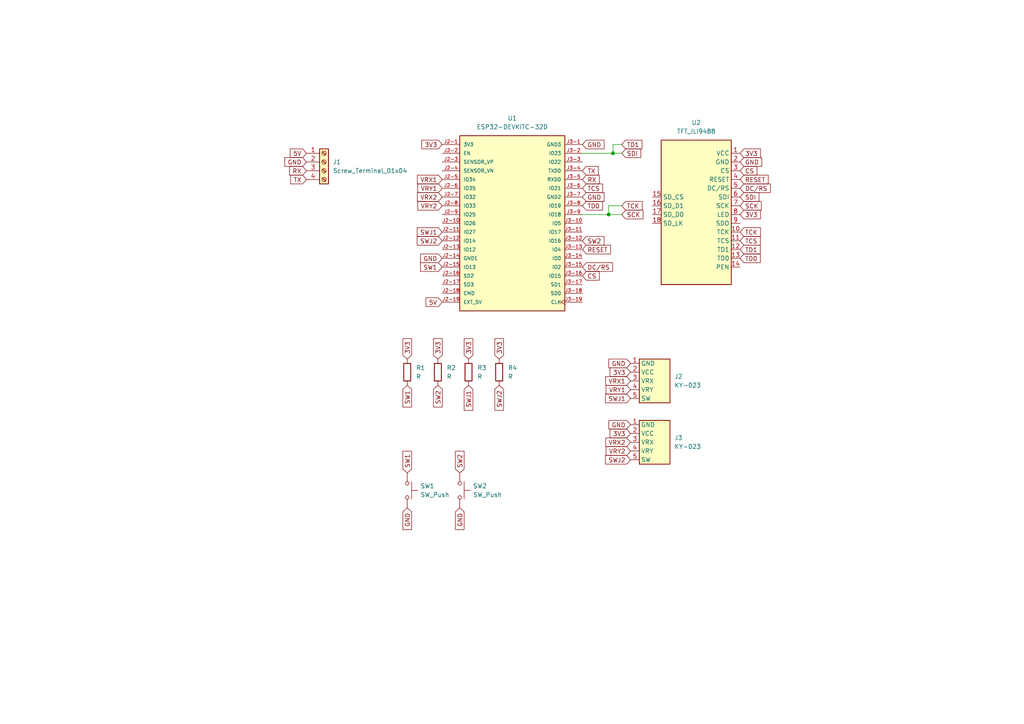
<source format=kicad_sch>
(kicad_sch (version 20230121) (generator eeschema)
  (paper "A4")
  (lib_symbols
    (symbol "Connector:Screw_Terminal_01x04" (pin_names (offset 1.016) hide)
      (property "Reference" "J" (at 0 5.08 0))
      (property "Value" "Screw_Terminal_01x04" (at 0 -7.62 0))
      (symbol "Screw_Terminal_01x04_1_1"
        (rectangle (start -1.27 3.81) (end 1.27 -6.35) (stroke (width 0.254)) (fill (type background)))
        (circle (center 0 -5.08) (radius 0.635) (stroke (width 0.1524)))
        (circle (center 0 -2.54) (radius 0.635) (stroke (width 0.1524)))
        (polyline (pts (xy -0.5334 -4.7498) (xy 0.3302 -5.588)) (stroke (width 0.1524)))
        (polyline (pts (xy -0.5334 -2.2098) (xy 0.3302 -3.048)) (stroke (width 0.1524)))
        (polyline (pts (xy -0.5334 0.3302) (xy 0.3302 -0.508)) (stroke (width 0.1524)))
        (polyline (pts (xy -0.5334 2.8702) (xy 0.3302 2.032)) (stroke (width 0.1524)))
        (polyline (pts (xy -0.3556 -4.572) (xy 0.508 -5.4102)) (stroke (width 0.1524)))
        (polyline (pts (xy -0.3556 -2.032) (xy 0.508 -2.8702)) (stroke (width 0.1524)))
        (polyline (pts (xy -0.3556 0.508) (xy 0.508 -0.3302)) (stroke (width 0.1524)))
        (polyline (pts (xy -0.3556 3.048) (xy 0.508 2.2098)) (stroke (width 0.1524)))
        (circle (center 0 0) (radius 0.635) (stroke (width 0.1524)))
        (circle (center 0 2.54) (radius 0.635) (stroke (width 0.1524)))
        (pin passive line (at -5.08 2.54 0) (length 3.81) (name "Pin_1") (number "1"))
        (pin passive line (at -5.08 0 0) (length 3.81) (name "Pin_2") (number "2"))
        (pin passive line (at -5.08 -2.54 0) (length 3.81) (name "Pin_3") (number "3"))
        (pin passive line (at -5.08 -5.08 0) (length 3.81) (name "Pin_4") (number "4"))
      )
    )
    (symbol "Device:R" (pin_numbers hide) (pin_names (offset 0))
      (property "Reference" "R" (at 2.032 0 90))
      (property "Value" "R" (at 0 0 90))
      (symbol "R_0_1"
        (rectangle (start -1.016 -2.54) (end 1.016 2.54) (stroke (width 0.254)))
      )
      (symbol "R_1_1"
        (pin passive line (at 0 3.81 270) (length 1.27) (name "~") (number "1"))
        (pin passive line (at 0 -3.81 90) (length 1.27) (name "~") (number "2"))
      )
    )
    (symbol "ESP32-DEVKITC-32D:ESP32-DEVKITC-32D" (pin_names (offset 1.016))
      (property "Reference" "U" (at -15.2572 26.0643 0))
      (property "Value" "ESP32-DEVKITC-32D" (at -15.2563 -27.9698 0))
      (symbol "ESP32-DEVKITC-32D_0_0"
        (rectangle (start -15.24 -25.4) (end 15.24 25.4) (stroke (width 0.254)) (fill (type background)))
        (pin power_in line (at -20.32 22.86 0) (length 5.08) (name "3V3") (number "J2-1"))
        (pin bidirectional line (at -20.32 0 0) (length 5.08) (name "IO26") (number "J2-10"))
        (pin bidirectional line (at -20.32 -2.54 0) (length 5.08) (name "IO27") (number "J2-11"))
        (pin bidirectional line (at -20.32 -5.08 0) (length 5.08) (name "IO14") (number "J2-12"))
        (pin bidirectional line (at -20.32 -7.62 0) (length 5.08) (name "IO12") (number "J2-13"))
        (pin power_in line (at -20.32 -10.16 0) (length 5.08) (name "GND1") (number "J2-14"))
        (pin bidirectional line (at -20.32 -12.7 0) (length 5.08) (name "IO13") (number "J2-15"))
        (pin bidirectional line (at -20.32 -15.24 0) (length 5.08) (name "SD2") (number "J2-16"))
        (pin bidirectional line (at -20.32 -17.78 0) (length 5.08) (name "SD3") (number "J2-17"))
        (pin bidirectional line (at -20.32 -20.32 0) (length 5.08) (name "CMD") (number "J2-18"))
        (pin power_in line (at -20.32 -22.86 0) (length 5.08) (name "EXT_5V") (number "J2-19"))
        (pin input line (at -20.32 20.32 0) (length 5.08) (name "EN") (number "J2-2"))
        (pin input line (at -20.32 17.78 0) (length 5.08) (name "SENSOR_VP") (number "J2-3"))
        (pin input line (at -20.32 15.24 0) (length 5.08) (name "SENSOR_VN") (number "J2-4"))
        (pin bidirectional line (at -20.32 12.7 0) (length 5.08) (name "IO34") (number "J2-5"))
        (pin bidirectional line (at -20.32 10.16 0) (length 5.08) (name "IO35") (number "J2-6"))
        (pin bidirectional line (at -20.32 7.62 0) (length 5.08) (name "IO32") (number "J2-7"))
        (pin bidirectional line (at -20.32 5.08 0) (length 5.08) (name "IO33") (number "J2-8"))
        (pin bidirectional line (at -20.32 2.54 0) (length 5.08) (name "IO25") (number "J2-9"))
        (pin power_in line (at 20.32 22.86 180) (length 5.08) (name "GND3") (number "J3-1"))
        (pin bidirectional line (at 20.32 0 180) (length 5.08) (name "IO5") (number "J3-10"))
        (pin bidirectional line (at 20.32 -2.54 180) (length 5.08) (name "IO17") (number "J3-11"))
        (pin bidirectional line (at 20.32 -5.08 180) (length 5.08) (name "IO16") (number "J3-12"))
        (pin bidirectional line (at 20.32 -7.62 180) (length 5.08) (name "IO4") (number "J3-13"))
        (pin bidirectional line (at 20.32 -10.16 180) (length 5.08) (name "IO0") (number "J3-14"))
        (pin bidirectional line (at 20.32 -12.7 180) (length 5.08) (name "IO2") (number "J3-15"))
        (pin bidirectional line (at 20.32 -15.24 180) (length 5.08) (name "IO15") (number "J3-16"))
        (pin bidirectional line (at 20.32 -17.78 180) (length 5.08) (name "SD1") (number "J3-17"))
        (pin bidirectional line (at 20.32 -20.32 180) (length 5.08) (name "SD0") (number "J3-18"))
        (pin input clock (at 20.32 -22.86 180) (length 5.08) (name "CLK") (number "J3-19"))
        (pin bidirectional line (at 20.32 20.32 180) (length 5.08) (name "IO23") (number "J3-2"))
        (pin bidirectional line (at 20.32 17.78 180) (length 5.08) (name "IO22") (number "J3-3"))
        (pin output line (at 20.32 15.24 180) (length 5.08) (name "TXD0") (number "J3-4"))
        (pin input line (at 20.32 12.7 180) (length 5.08) (name "RXD0") (number "J3-5"))
        (pin bidirectional line (at 20.32 10.16 180) (length 5.08) (name "IO21") (number "J3-6"))
        (pin power_in line (at 20.32 7.62 180) (length 5.08) (name "GND2") (number "J3-7"))
        (pin bidirectional line (at 20.32 5.08 180) (length 5.08) (name "IO19") (number "J3-8"))
        (pin bidirectional line (at 20.32 2.54 180) (length 5.08) (name "IO18") (number "J3-9"))
      )
    )
    (symbol "KY-023:KY-023_Joystick-Module"
      (property "Reference" "J" (at 3.81 2.54 0))
      (property "Value" "KY-023" (at 3.81 0 0))
      (symbol "KY-023_Joystick-Module_1_1"
        (rectangle (start 0 -1.27) (end 8.89 -13.97) (stroke (width 0.25)) (fill (type background)))
        (pin input line (at -2.54 -2.54 0) (length 2.54) (name "GND") (number "1"))
        (pin input line (at -2.54 -5.08 0) (length 2.54) (name "VCC") (number "2"))
        (pin output line (at -2.54 -7.62 0) (length 2.54) (name "VRX") (number "3"))
        (pin output line (at -2.54 -10.16 0) (length 2.54) (name "VRY") (number "4"))
        (pin output line (at -2.54 -12.7 0) (length 2.54) (name "SW") (number "5"))
      )
    )
    (symbol "Switch:SW_Push" (pin_numbers hide) (pin_names (offset 1.016) hide)
      (property "Reference" "SW" (at 1.27 2.54 0))
      (property "Value" "SW_Push" (at 0 -1.524 0))
      (symbol "SW_Push_0_1"
        (circle (center -2.032 0) (radius 0.508))
        (polyline (pts (xy 0 1.27) (xy 0 3.048)))
        (polyline (pts (xy 2.54 1.27) (xy -2.54 1.27)))
        (circle (center 2.032 0) (radius 0.508))
        (pin passive line (at -5.08 0 0) (length 2.54) (name "1") (number "1"))
        (pin passive line (at 5.08 0 180) (length 2.54) (name "2") (number "2"))
      )
    )
    (symbol "ili9488:TFT_ILI9488"
      (property "Reference" "U" (at -2.54 5.08 0))
      (property "Value" "TFT_ILI9488" (at -2.54 2.54 0))
      (symbol "TFT_ILI9488_1_1"
        (rectangle (start -12.7 1.27) (end 7.62 -40.64) (stroke (width 0.25)) (fill (type background)))
        (pin input line (at 10.16 -2.54 180) (length 2.54) (name "VCC") (number "1"))
        (pin input line (at 10.16 -25.4 180) (length 2.54) (name "TCK") (number "10"))
        (pin input line (at 10.16 -27.94 180) (length 2.54) (name "TCS") (number "11"))
        (pin input line (at 10.16 -30.48 180) (length 2.54) (name "TD1") (number "12"))
        (pin input line (at 10.16 -33.02 180) (length 2.54) (name "TD0") (number "13"))
        (pin input line (at 10.16 -35.56 180) (length 2.54) (name "PEN") (number "14"))
        (pin input line (at -15.24 -15.24 0) (length 2.54) (name "SD_CS") (number "15"))
        (pin input line (at -15.24 -17.78 0) (length 2.54) (name "SD_D1") (number "16"))
        (pin input line (at -15.24 -20.32 0) (length 2.54) (name "SD_D0") (number "17"))
        (pin input line (at -15.24 -22.86 0) (length 2.54) (name "SD_LK") (number "18"))
        (pin input line (at 10.16 -5.08 180) (length 2.54) (name "GND") (number "2"))
        (pin input line (at 10.16 -7.62 180) (length 2.54) (name "CS") (number "3"))
        (pin input line (at 10.16 -10.16 180) (length 2.54) (name "RESET") (number "4"))
        (pin input line (at 10.16 -12.7 180) (length 2.54) (name "DC/RS") (number "5"))
        (pin input line (at 10.16 -15.24 180) (length 2.54) (name "SDI") (number "6"))
        (pin input line (at 10.16 -17.78 180) (length 2.54) (name "SCK") (number "7"))
        (pin input line (at 10.16 -20.32 180) (length 2.54) (name "LED") (number "8"))
        (pin input line (at 10.16 -22.86 180) (length 2.54) (name "SDO") (number "9"))
      )
    )
  )
  (junction (at 176.53 62.23))
  (junction (at 177.8 44.45))
  (wire (pts (xy 177.8 44.45) (xy 180.34 44.45)))
  (wire (pts (xy 176.53 62.23) (xy 180.34 62.23)))
  (wire (pts (xy 180.34 41.91) (xy 177.8 41.91)))
  (wire (pts (xy 180.34 59.69) (xy 176.53 59.69)))
  (wire (pts (xy 168.91 62.23) (xy 176.53 62.23)))
  (wire (pts (xy 177.8 41.91) (xy 177.8 44.45)))
  (wire (pts (xy 168.91 44.45) (xy 177.8 44.45)))
  (wire (pts (xy 176.53 59.69) (xy 176.53 62.23)))
  (global_label "TCS" (shape input) (at 214.63 69.85 0) (property "Intersheetrefs" "${INTERSHEET_REFS}" (effects hide)))
  (global_label "SWJ1" (shape input) (at 128.27 67.31 180) (property "Intersheetrefs" "${INTERSHEET_REFS}" (effects hide)))
  (global_label "GND" (shape input) (at 133.35 147.32 270) (property "Intersheetrefs" "${INTERSHEET_REFS}" (effects hide)))
  (global_label "RESET" (shape input) (at 168.91 72.39 0) (property "Intersheetrefs" "${INTERSHEET_REFS}" (effects hide)))
  (global_label "GND" (shape input) (at 128.27 74.93 180) (property "Intersheetrefs" "${INTERSHEET_REFS}" (effects hide)))
  (global_label "SW1" (shape input) (at 128.27 77.47 180) (property "Intersheetrefs" "${INTERSHEET_REFS}" (effects hide)))
  (global_label "VRY2" (shape input) (at 128.27 59.69 180) (property "Intersheetrefs" "${INTERSHEET_REFS}" (effects hide)))
  (global_label "VRY2" (shape input) (at 182.88 130.81 180) (property "Intersheetrefs" "${INTERSHEET_REFS}" (effects hide)))
  (global_label "DC{slash}RS" (shape input) (at 168.91 77.47 0) (property "Intersheetrefs" "${INTERSHEET_REFS}" (effects hide)))
  (global_label "SDI" (shape input) (at 180.34 44.45 0) (property "Intersheetrefs" "${INTERSHEET_REFS}" (effects hide)))
  (global_label "VRY1" (shape input) (at 182.88 113.03 180) (property "Intersheetrefs" "${INTERSHEET_REFS}" (effects hide)))
  (global_label "RX" (shape input) (at 168.91 52.07 0) (property "Intersheetrefs" "${INTERSHEET_REFS}" (effects hide)))
  (global_label "TD1" (shape input) (at 214.63 72.39 0) (property "Intersheetrefs" "${INTERSHEET_REFS}" (effects hide)))
  (global_label "SW1" (shape input) (at 118.11 137.16 90) (property "Intersheetrefs" "${INTERSHEET_REFS}" (effects hide)))
  (global_label "5V" (shape input) (at 128.27 87.63 180) (property "Intersheetrefs" "${INTERSHEET_REFS}" (effects hide)))
  (global_label "TCK" (shape input) (at 214.63 67.31 0) (property "Intersheetrefs" "${INTERSHEET_REFS}" (effects hide)))
  (global_label "SW2" (shape input) (at 127 111.76 270) (property "Intersheetrefs" "${INTERSHEET_REFS}" (effects hide)))
  (global_label "3V3" (shape input) (at 128.27 41.91 180) (property "Intersheetrefs" "${INTERSHEET_REFS}" (effects hide)))
  (global_label "3V3" (shape input) (at 118.11 104.14 90) (property "Intersheetrefs" "${INTERSHEET_REFS}" (effects hide)))
  (global_label "VRX2" (shape input) (at 182.88 128.27 180) (property "Intersheetrefs" "${INTERSHEET_REFS}" (effects hide)))
  (global_label "TD0" (shape input) (at 168.91 59.69 0) (property "Intersheetrefs" "${INTERSHEET_REFS}" (effects hide)))
  (global_label "GND" (shape input) (at 168.91 57.15 0) (property "Intersheetrefs" "${INTERSHEET_REFS}" (effects hide)))
  (global_label "TX" (shape input) (at 168.91 49.53 0) (property "Intersheetrefs" "${INTERSHEET_REFS}" (effects hide)))
  (global_label "TCK" (shape input) (at 180.34 59.69 0) (property "Intersheetrefs" "${INTERSHEET_REFS}" (effects hide)))
  (global_label "RESET" (shape input) (at 214.63 52.07 0) (property "Intersheetrefs" "${INTERSHEET_REFS}" (effects hide)))
  (global_label "SCK" (shape input) (at 214.63 59.69 0) (property "Intersheetrefs" "${INTERSHEET_REFS}" (effects hide)))
  (global_label "GND" (shape input) (at 118.11 147.32 270) (property "Intersheetrefs" "${INTERSHEET_REFS}" (effects hide)))
  (global_label "DC{slash}RS" (shape input) (at 214.63 54.61 0) (property "Intersheetrefs" "${INTERSHEET_REFS}" (effects hide)))
  (global_label "SWJ2" (shape input) (at 128.27 69.85 180) (property "Intersheetrefs" "${INTERSHEET_REFS}" (effects hide)))
  (global_label "TCS" (shape input) (at 168.91 54.61 0) (property "Intersheetrefs" "${INTERSHEET_REFS}" (effects hide)))
  (global_label "GND" (shape input) (at 182.88 123.19 180) (property "Intersheetrefs" "${INTERSHEET_REFS}" (effects hide)))
  (global_label "CS" (shape input) (at 168.91 80.01 0) (property "Intersheetrefs" "${INTERSHEET_REFS}" (effects hide)))
  (global_label "3V3" (shape input) (at 214.63 44.45 0) (property "Intersheetrefs" "${INTERSHEET_REFS}" (effects hide)))
  (global_label "SWJ2" (shape input) (at 144.78 111.76 270) (property "Intersheetrefs" "${INTERSHEET_REFS}" (effects hide)))
  (global_label "SWJ2" (shape input) (at 182.88 133.35 180) (property "Intersheetrefs" "${INTERSHEET_REFS}" (effects hide)))
  (global_label "TD1" (shape input) (at 180.34 41.91 0) (property "Intersheetrefs" "${INTERSHEET_REFS}" (effects hide)))
  (global_label "RX" (shape input) (at 88.9 49.53 180) (property "Intersheetrefs" "${INTERSHEET_REFS}" (effects hide)))
  (global_label "3V3" (shape input) (at 182.88 125.73 180) (property "Intersheetrefs" "${INTERSHEET_REFS}" (effects hide)))
  (global_label "VRY1" (shape input) (at 128.27 54.61 180) (property "Intersheetrefs" "${INTERSHEET_REFS}" (effects hide)))
  (global_label "TX" (shape input) (at 88.9 52.07 180) (property "Intersheetrefs" "${INTERSHEET_REFS}" (effects hide)))
  (global_label "5V" (shape input) (at 88.9 44.45 180) (property "Intersheetrefs" "${INTERSHEET_REFS}" (effects hide)))
  (global_label "3V3" (shape input) (at 127 104.14 90) (property "Intersheetrefs" "${INTERSHEET_REFS}" (effects hide)))
  (global_label "TD0" (shape input) (at 214.63 74.93 0) (property "Intersheetrefs" "${INTERSHEET_REFS}" (effects hide)))
  (global_label "3V3" (shape input) (at 135.89 104.14 90) (property "Intersheetrefs" "${INTERSHEET_REFS}" (effects hide)))
  (global_label "3V3" (shape input) (at 214.63 62.23 0) (property "Intersheetrefs" "${INTERSHEET_REFS}" (effects hide)))
  (global_label "SCK" (shape input) (at 180.34 62.23 0) (property "Intersheetrefs" "${INTERSHEET_REFS}" (effects hide)))
  (global_label "VRX2" (shape input) (at 128.27 57.15 180) (property "Intersheetrefs" "${INTERSHEET_REFS}" (effects hide)))
  (global_label "3V3" (shape input) (at 144.78 104.14 90) (property "Intersheetrefs" "${INTERSHEET_REFS}" (effects hide)))
  (global_label "SW2" (shape input) (at 133.35 137.16 90) (property "Intersheetrefs" "${INTERSHEET_REFS}" (effects hide)))
  (global_label "SWJ1" (shape input) (at 135.89 111.76 270) (property "Intersheetrefs" "${INTERSHEET_REFS}" (effects hide)))
  (global_label "CS" (shape input) (at 214.63 49.53 0) (property "Intersheetrefs" "${INTERSHEET_REFS}" (effects hide)))
  (global_label "GND" (shape input) (at 214.63 46.99 0) (property "Intersheetrefs" "${INTERSHEET_REFS}" (effects hide)))
  (global_label "SW2" (shape input) (at 168.91 69.85 0) (property "Intersheetrefs" "${INTERSHEET_REFS}" (effects hide)))
  (global_label "3V3" (shape input) (at 182.88 107.95 180) (property "Intersheetrefs" "${INTERSHEET_REFS}" (effects hide)))
  (global_label "VRX1" (shape input) (at 128.27 52.07 180) (property "Intersheetrefs" "${INTERSHEET_REFS}" (effects hide)))
  (global_label "SW1" (shape input) (at 118.11 111.76 270) (property "Intersheetrefs" "${INTERSHEET_REFS}" (effects hide)))
  (global_label "SDI" (shape input) (at 214.63 57.15 0) (property "Intersheetrefs" "${INTERSHEET_REFS}" (effects hide)))
  (global_label "GND" (shape input) (at 88.9 46.99 180) (property "Intersheetrefs" "${INTERSHEET_REFS}" (effects hide)))
  (global_label "GND" (shape input) (at 168.91 41.91 0) (property "Intersheetrefs" "${INTERSHEET_REFS}" (effects hide)))
  (global_label "VRX1" (shape input) (at 182.88 110.49 180) (property "Intersheetrefs" "${INTERSHEET_REFS}" (effects hide)))
  (global_label "GND" (shape input) (at 182.88 105.41 180) (property "Intersheetrefs" "${INTERSHEET_REFS}" (effects hide)))
  (global_label "SWJ1" (shape input) (at 182.88 115.57 180) (property "Intersheetrefs" "${INTERSHEET_REFS}" (effects hide)))
  (symbol (lib_id "Device:R") (at 118.11 107.95 0) (unit 1)
    (property "Reference" "R1" (at 120.65 106.68 0) (effects (justify left)))
    (property "Value" "R" (at 120.65 109.22 0) (effects (justify left)))
    (property "Footprint" "Resistor_THT:R_Axial_DIN0207_L6.3mm_D2.5mm_P7.62mm_Horizontal" (effects hide))
  )
  (symbol (lib_id "ESP32-DEVKITC-32D:ESP32-DEVKITC-32D") (at 148.59 64.77 0) (unit 1)
    (property "Reference" "U1" (at 148.59 34.29 0))
    (property "Value" "ESP32-DEVKITC-32D" (at 148.59 36.83 0))
    (property "Footprint" "ESP32-DEVKITC-32D:MODULE_ESP32-DEVKITC-32D" (effects hide))
    (property "MF" "Espressif Systems" (effects hide))
    (property "MAXIMUM_PACKAGE_HEIGHT" "N/A" (effects hide))
    (property "Package" "None" (effects hide))
    (property "Price" "None" (effects hide))
    (property "Check_prices" "https://www.snapeda.com/parts/ESP32-DEVKITC-32D/Espressif+Systems/view-part/?ref=eda" (effects hide))
    (property "STANDARD" "Manufacturer Recommendations" (effects hide))
    (property "PARTREV" "V4" (effects hide))
    (property "SnapEDA_Link" "https://www.snapeda.com/parts/ESP32-DEVKITC-32D/Espressif+Systems/view-part/?ref=snap" (effects hide))
    (property "MP" "ESP32-DEVKITC-32D" (effects hide))
    (property "Description" "\nWiFi Development Tools (802.11) ESP32 General Development Kit, ESP32-WROOM-32D on the board\n" (effects hide))
    (property "MANUFACTURER" "Espressif Systems" (effects hide))
    (property "Availability" "In Stock" (effects hide))
    (property "SNAPEDA_PN" "ESP32-DEVKITC-32D" (effects hide))
  )
  (symbol (lib_id "Device:R") (at 135.89 107.95 0) (unit 1)
    (property "Reference" "R3" (at 138.43 106.68 0) (effects (justify left)))
    (property "Value" "R" (at 138.43 109.22 0) (effects (justify left)))
    (property "Footprint" "Resistor_THT:R_Axial_DIN0207_L6.3mm_D2.5mm_P7.62mm_Horizontal" (effects hide))
  )
  (symbol (lib_id "ili9488:TFT_ILI9488") (at 204.47 41.91 0) (unit 1)
    (property "Reference" "U2" (at 201.93 35.56 0))
    (property "Value" "TFT_ILI9488" (at 201.93 38.1 0))
    (property "Footprint" "ili9488_huella:TFT_ILI9488" (effects hide))
  )
  (symbol (lib_id "Switch:SW_Push") (at 133.35 142.24 270) (unit 1)
    (property "Reference" "SW2" (at 137.16 140.97 90) (effects (justify left)))
    (property "Value" "SW_Push" (at 137.16 143.51 90) (effects (justify left)))
    (property "Footprint" "SW_FSM8JH:SW_FSM8JH_huella" (effects hide))
  )
  (symbol (lib_id "Device:R") (at 144.78 107.95 0) (unit 1)
    (property "Reference" "R4" (at 147.32 106.68 0) (effects (justify left)))
    (property "Value" "R" (at 147.32 109.22 0) (effects (justify left)))
    (property "Footprint" "Resistor_THT:R_Axial_DIN0207_L6.3mm_D2.5mm_P7.62mm_Horizontal" (effects hide))
  )
  (symbol (lib_id "KY-023:KY-023_Joystick-Module") (at 185.42 120.65 0) (unit 1)
    (property "Reference" "J3" (at 195.58 127 0) (effects (justify left)))
    (property "Value" "KY-023" (at 195.58 129.54 0) (effects (justify left)))
    (property "Footprint" "KY-023 huella:KY-023 Joystick-Module" (effects hide))
  )
  (symbol (lib_id "Switch:SW_Push") (at 118.11 142.24 270) (unit 1)
    (property "Reference" "SW1" (at 121.92 140.97 90) (effects (justify left)))
    (property "Value" "SW_Push" (at 121.92 143.51 90) (effects (justify left)))
    (property "Footprint" "SW_FSM8JH:SW_FSM8JH_huella" (effects hide))
  )
  (symbol (lib_id "KY-023:KY-023_Joystick-Module") (at 185.42 102.87 0) (unit 1)
    (property "Reference" "J2" (at 195.58 109.22 0) (effects (justify left)))
    (property "Value" "KY-023" (at 195.58 111.76 0) (effects (justify left)))
    (property "Footprint" "KY-023 huella:KY-023 Joystick-Module" (effects hide))
  )
  (symbol (lib_id "Connector:Screw_Terminal_01x04") (at 93.98 46.99 0) (unit 1)
    (property "Reference" "J1" (at 96.52 46.99 0) (effects (justify left)))
    (property "Value" "Screw_Terminal_01x04" (at 96.52 49.53 0) (effects (justify left)))
    (property "Footprint" "TerminalBlock_Phoenix:TerminalBlock_Phoenix_MKDS-1,5-4-5.08_1x04_P5.08mm_Horizontal" (effects hide))
  )
  (symbol (lib_id "Device:R") (at 127 107.95 0) (unit 1)
    (property "Reference" "R2" (at 129.54 106.68 0) (effects (justify left)))
    (property "Value" "R" (at 129.54 109.22 0) (effects (justify left)))
    (property "Footprint" "Resistor_THT:R_Axial_DIN0207_L6.3mm_D2.5mm_P7.62mm_Horizontal" (effects hide))
  )
)
</source>
